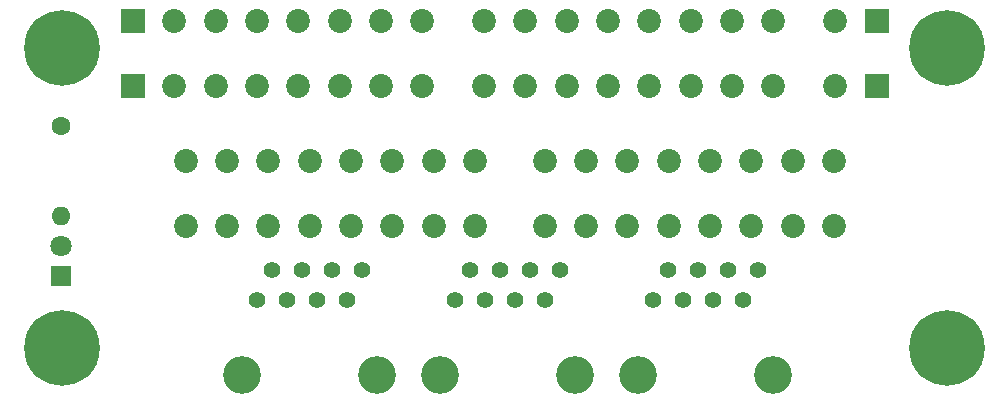
<source format=gts>
G04 #@! TF.GenerationSoftware,KiCad,Pcbnew,7.0.7*
G04 #@! TF.CreationDate,2024-07-14T01:34:52-07:00*
G04 #@! TF.ProjectId,AnalogBox,416e616c-6f67-4426-9f78-2e6b69636164,rev?*
G04 #@! TF.SameCoordinates,Original*
G04 #@! TF.FileFunction,Soldermask,Top*
G04 #@! TF.FilePolarity,Negative*
%FSLAX46Y46*%
G04 Gerber Fmt 4.6, Leading zero omitted, Abs format (unit mm)*
G04 Created by KiCad (PCBNEW 7.0.7) date 2024-07-14 01:34:52*
%MOMM*%
%LPD*%
G01*
G04 APERTURE LIST*
%ADD10C,1.600000*%
%ADD11O,1.600000X1.600000*%
%ADD12C,3.200400*%
%ADD13C,1.397000*%
%ADD14C,3.600000*%
%ADD15C,6.400000*%
%ADD16R,2.025000X2.025000*%
%ADD17C,2.025000*%
%ADD18R,1.800000X1.800000*%
%ADD19C,1.800000*%
G04 APERTURE END LIST*
D10*
X29110000Y-42140000D03*
D11*
X29110000Y-49760000D03*
D12*
X77999900Y-63284600D03*
X89429900Y-63284600D03*
D13*
X79269900Y-56934600D03*
X80539900Y-54394600D03*
X81809900Y-56934600D03*
X83079900Y-54394600D03*
X84349900Y-56934600D03*
X85619900Y-54394600D03*
X86889900Y-56934600D03*
X88159900Y-54394600D03*
D14*
X104140000Y-60960000D03*
D15*
X104140000Y-60960000D03*
D14*
X29210000Y-35560000D03*
D15*
X29210000Y-35560000D03*
D12*
X44430000Y-63284600D03*
X55860000Y-63284600D03*
D13*
X45700000Y-56934600D03*
X46970000Y-54394600D03*
X48240000Y-56934600D03*
X49510000Y-54394600D03*
X50780000Y-56934600D03*
X52050000Y-54394600D03*
X53320000Y-56934600D03*
X54590000Y-54394600D03*
D16*
X35230000Y-38790000D03*
X35230000Y-33290000D03*
D17*
X38730000Y-38790000D03*
X38730000Y-33290000D03*
X42230000Y-38790000D03*
X42230000Y-33290000D03*
X45730000Y-38790000D03*
X45730000Y-33290000D03*
X49230000Y-38790000D03*
X49230000Y-33290000D03*
X52730000Y-38790000D03*
X52730000Y-33290000D03*
X56230000Y-38790000D03*
X56230000Y-33290000D03*
X59730000Y-38790000D03*
X59730000Y-33290000D03*
D14*
X29210000Y-60960000D03*
D15*
X29210000Y-60960000D03*
D17*
X64965000Y-38790000D03*
X64965000Y-33290000D03*
X68465000Y-38790000D03*
X68465000Y-33290000D03*
X71965000Y-38790000D03*
X71965000Y-33290000D03*
X75465000Y-38790000D03*
X75465000Y-33290000D03*
X78965000Y-38790000D03*
X78965000Y-33290000D03*
X82465000Y-38790000D03*
X82465000Y-33290000D03*
X85965000Y-38790000D03*
X85965000Y-33290000D03*
X89465000Y-38790000D03*
X89465000Y-33290000D03*
X39690000Y-50660000D03*
X39690000Y-45160000D03*
X43190000Y-50660000D03*
X43190000Y-45160000D03*
X46690000Y-50660000D03*
X46690000Y-45160000D03*
X50190000Y-50660000D03*
X50190000Y-45160000D03*
X53690000Y-50660000D03*
X53690000Y-45160000D03*
X57190000Y-50660000D03*
X57190000Y-45160000D03*
X60690000Y-50660000D03*
X60690000Y-45160000D03*
X64190000Y-50660000D03*
X64190000Y-45160000D03*
D18*
X29110000Y-54880000D03*
D19*
X29110000Y-52340000D03*
D17*
X94700000Y-38790000D03*
X94700000Y-33290000D03*
D16*
X98200000Y-38790000D03*
X98200000Y-33290000D03*
D17*
X70090000Y-50660000D03*
X70090000Y-45160000D03*
X73590000Y-50660000D03*
X73590000Y-45160000D03*
X77090000Y-50660000D03*
X77090000Y-45160000D03*
X80590000Y-50660000D03*
X80590000Y-45160000D03*
X84090000Y-50660000D03*
X84090000Y-45160000D03*
X87590000Y-50660000D03*
X87590000Y-45160000D03*
X91090000Y-50660000D03*
X91090000Y-45160000D03*
X94590000Y-50660000D03*
X94590000Y-45160000D03*
D14*
X104140000Y-35560000D03*
D15*
X104140000Y-35560000D03*
D12*
X61229900Y-63284600D03*
X72659900Y-63284600D03*
D13*
X62499900Y-56934600D03*
X63769900Y-54394600D03*
X65039900Y-56934600D03*
X66309900Y-54394600D03*
X67579900Y-56934600D03*
X68849900Y-54394600D03*
X70119900Y-56934600D03*
X71389900Y-54394600D03*
M02*

</source>
